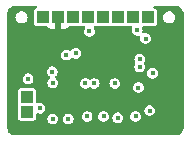
<source format=gbr>
%TF.GenerationSoftware,KiCad,Pcbnew,8.0.1-8.0.1-1~ubuntu22.04.1*%
%TF.CreationDate,2024-03-30T15:25:23+00:00*%
%TF.ProjectId,EMG_DAQ_ADS1298,454d475f-4441-4515-9f41-445331323938,v1.0*%
%TF.SameCoordinates,Original*%
%TF.FileFunction,Copper,L3,Inr*%
%TF.FilePolarity,Positive*%
%FSLAX46Y46*%
G04 Gerber Fmt 4.6, Leading zero omitted, Abs format (unit mm)*
G04 Created by KiCad (PCBNEW 8.0.1-8.0.1-1~ubuntu22.04.1) date 2024-03-30 15:25:23*
%MOMM*%
%LPD*%
G01*
G04 APERTURE LIST*
%TA.AperFunction,ComponentPad*%
%ADD10R,1.000000X1.000000*%
%TD*%
%TA.AperFunction,ViaPad*%
%ADD11C,0.400000*%
%TD*%
G04 APERTURE END LIST*
D10*
%TO.N,+3.3V*%
%TO.C,J1*%
X-4445000Y10000000D03*
%TD*%
%TO.N,/MOSI*%
%TO.C,J5*%
X635000Y10000000D03*
%TD*%
%TO.N,/MISO*%
%TO.C,J4*%
X-635000Y10000000D03*
%TD*%
%TO.N,/extRef*%
%TO.C,J8*%
X4445000Y10000000D03*
%TD*%
%TO.N,/CSB*%
%TO.C,J7*%
X3175000Y10000000D03*
%TD*%
%TO.N,/Refp*%
%TO.C,J25*%
X-5800000Y2000000D03*
%TD*%
%TO.N,/BIAS_OUT*%
%TO.C,J26*%
X-5800000Y3270000D03*
%TD*%
%TO.N,GND*%
%TO.C,J2*%
X-3175000Y10000000D03*
%TD*%
%TO.N,/SCLK*%
%TO.C,J6*%
X1905000Y10000000D03*
%TD*%
%TO.N,unconnected-(J3-Pin_1-Pad1)*%
%TO.C,J3*%
X-1905000Y10000000D03*
%TD*%
D11*
%TO.N,+3.3V*%
X4850000Y5250000D03*
X-3650000Y5400000D03*
X4250000Y8200000D03*
X-500000Y8800000D03*
%TO.N,GND*%
X6000000Y2570000D03*
X-3400000Y7600000D03*
X-3650000Y8250000D03*
X-5530000Y7100000D03*
X-850000Y5350000D03*
X3650000Y4700000D03*
X-800000Y6850000D03*
%TO.N,+3.3VA*%
X-5700000Y4800000D03*
X-2450000Y6800000D03*
%TO.N,/MOSI*%
X3550000Y8900000D03*
%TO.N,/in7-*%
X-3600000Y1400000D03*
%TO.N,/in2-*%
X3400000Y1600000D03*
%TO.N,/in6-*%
X-2300000Y1400000D03*
%TO.N,/in1-*%
X4600000Y2100000D03*
%TO.N,/in8-*%
X-4700000Y2300000D03*
%TO.N,/in5-*%
X-700000Y1600000D03*
%TO.N,/in4-*%
X700000Y1600000D03*
%TO.N,/in3-*%
X1900000Y1500000D03*
%TO.N,/BIAS_OUT*%
X-3600000Y4450000D03*
%TO.N,/BIAS_INV*%
X-850000Y4400000D03*
%TO.N,/WCT*%
X-100000Y4400000D03*
%TO.N,/VCAP4*%
X1650000Y4399999D03*
%TO.N,/VCAP2*%
X3750000Y6450000D03*
%TO.N,/VREFP*%
X3650000Y4050000D03*
%TO.N,/VCAP1*%
X3750000Y5800000D03*
%TO.N,/VCAP3*%
X-1650000Y6950000D03*
%TD*%
%TA.AperFunction,Conductor*%
%TO.N,GND*%
G36*
X-4960090Y10969816D02*
G01*
X-4914335Y10917012D01*
X-4904391Y10847854D01*
X-4933416Y10784298D01*
X-4992194Y10746524D01*
X-5002938Y10743884D01*
X-5042736Y10735968D01*
X-5042740Y10735967D01*
X-5125601Y10680601D01*
X-5180967Y10597740D01*
X-5180968Y10597736D01*
X-5195500Y10524679D01*
X-5195500Y9475322D01*
X-5180968Y9402265D01*
X-5180967Y9402261D01*
X-5180966Y9402260D01*
X-5125601Y9319399D01*
X-5064354Y9278476D01*
X-5042740Y9264034D01*
X-5042736Y9264033D01*
X-4969679Y9249501D01*
X-4969676Y9249500D01*
X-4174126Y9249500D01*
X-4107087Y9229815D01*
X-4074859Y9199811D01*
X-4032191Y9142814D01*
X-4032186Y9142809D01*
X-3917094Y9056650D01*
X-3917087Y9056646D01*
X-3782380Y9006404D01*
X-3782373Y9006402D01*
X-3722845Y9000001D01*
X-3722828Y9000000D01*
X-3425000Y9000000D01*
X-3425000Y9790382D01*
X-3374554Y9739936D01*
X-3300445Y9697149D01*
X-3217787Y9675000D01*
X-3132213Y9675000D01*
X-3049555Y9697149D01*
X-2975446Y9739936D01*
X-2925000Y9790382D01*
X-2925000Y9000000D01*
X-2627172Y9000000D01*
X-2627156Y9000001D01*
X-2567628Y9006402D01*
X-2567621Y9006404D01*
X-2432914Y9056646D01*
X-2432907Y9056650D01*
X-2317815Y9142809D01*
X-2317810Y9142814D01*
X-2275141Y9199811D01*
X-2219207Y9241682D01*
X-2175874Y9249500D01*
X-1380324Y9249500D01*
X-1380323Y9249501D01*
X-1363281Y9252891D01*
X-1295281Y9266416D01*
X-1294459Y9262280D01*
X-1248032Y9267290D01*
X-1244738Y9266323D01*
X-1244719Y9266416D01*
X-1159679Y9249501D01*
X-1159676Y9249500D01*
X-1159674Y9249500D01*
X-978125Y9249500D01*
X-911086Y9229815D01*
X-865331Y9177011D01*
X-855387Y9107853D01*
X-879720Y9054573D01*
X-878087Y9053524D01*
X-882883Y9046062D01*
X-936698Y8928226D01*
X-955133Y8800000D01*
X-936698Y8671775D01*
X-921571Y8638653D01*
X-882882Y8553937D01*
X-798049Y8456033D01*
X-689069Y8385996D01*
X-564775Y8349501D01*
X-564773Y8349500D01*
X-564772Y8349500D01*
X-435227Y8349500D01*
X-435227Y8349501D01*
X-310931Y8385996D01*
X-201951Y8456033D01*
X-117118Y8553937D01*
X-63303Y8671774D01*
X-44867Y8800000D01*
X-63303Y8928226D01*
X-117118Y9046063D01*
X-126288Y9056646D01*
X-126799Y9057236D01*
X-155821Y9120793D01*
X-145876Y9189951D01*
X-100119Y9242754D01*
X-57274Y9260053D01*
X-37260Y9264034D01*
X-37261Y9264034D01*
X-25278Y9266417D01*
X-24456Y9262280D01*
X21968Y9267290D01*
X25262Y9266323D01*
X25281Y9266416D01*
X110321Y9249501D01*
X110324Y9249500D01*
X110326Y9249500D01*
X1159676Y9249500D01*
X1159677Y9249501D01*
X1176719Y9252891D01*
X1244719Y9266416D01*
X1245541Y9262280D01*
X1291968Y9267290D01*
X1295262Y9266323D01*
X1295281Y9266416D01*
X1380321Y9249501D01*
X1380324Y9249500D01*
X1380326Y9249500D01*
X2429676Y9249500D01*
X2429677Y9249501D01*
X2446719Y9252891D01*
X2514719Y9266416D01*
X2515541Y9262280D01*
X2561968Y9267290D01*
X2565262Y9266323D01*
X2565281Y9266416D01*
X2650321Y9249501D01*
X2650324Y9249500D01*
X2650326Y9249500D01*
X3021408Y9249500D01*
X3088447Y9229815D01*
X3134202Y9177011D01*
X3144146Y9107853D01*
X3134202Y9073988D01*
X3113302Y9028226D01*
X3094867Y8900000D01*
X3113302Y8771775D01*
X3158972Y8671774D01*
X3167118Y8653937D01*
X3251951Y8556033D01*
X3360931Y8485996D01*
X3485225Y8449501D01*
X3485227Y8449500D01*
X3485228Y8449500D01*
X3614771Y8449500D01*
X3614772Y8449500D01*
X3655127Y8461349D01*
X3724995Y8461349D01*
X3783774Y8423575D01*
X3812799Y8360020D01*
X3812799Y8324726D01*
X3794867Y8200001D01*
X3813302Y8071775D01*
X3867117Y7953939D01*
X3867118Y7953937D01*
X3951951Y7856033D01*
X4060931Y7785996D01*
X4185225Y7749501D01*
X4185227Y7749500D01*
X4185228Y7749500D01*
X4314773Y7749500D01*
X4314773Y7749501D01*
X4439069Y7785996D01*
X4548049Y7856033D01*
X4632882Y7953937D01*
X4686697Y8071774D01*
X4705133Y8200000D01*
X4686697Y8328226D01*
X4632882Y8446063D01*
X4548049Y8543967D01*
X4439069Y8614004D01*
X4439065Y8614006D01*
X4439064Y8614006D01*
X4314774Y8650500D01*
X4314772Y8650500D01*
X4185228Y8650500D01*
X4185227Y8650500D01*
X4144870Y8638651D01*
X4075001Y8638653D01*
X4016223Y8676428D01*
X3987200Y8739984D01*
X3987200Y8775273D01*
X4005133Y8900000D01*
X3986697Y9028226D01*
X3965798Y9073988D01*
X3955854Y9143147D01*
X3984879Y9206703D01*
X4043657Y9244477D01*
X4078592Y9249500D01*
X4969676Y9249500D01*
X4969677Y9249501D01*
X5042740Y9264034D01*
X5125601Y9319399D01*
X5180966Y9402260D01*
X5195500Y9475326D01*
X5195500Y10000000D01*
X5734250Y10000000D01*
X5755140Y9854698D01*
X5755141Y9854693D01*
X5816121Y9721168D01*
X5816123Y9721164D01*
X5912256Y9610222D01*
X6035750Y9530857D01*
X6035751Y9530857D01*
X6035752Y9530856D01*
X6176598Y9489501D01*
X6176600Y9489500D01*
X6176601Y9489500D01*
X6323400Y9489500D01*
X6323400Y9489501D01*
X6464250Y9530857D01*
X6587744Y9610222D01*
X6683877Y9721164D01*
X6744859Y9854696D01*
X6765750Y10000000D01*
X6744859Y10145304D01*
X6744858Y10145305D01*
X6744858Y10145308D01*
X6695060Y10254349D01*
X6683877Y10278836D01*
X6587744Y10389778D01*
X6464250Y10469143D01*
X6464249Y10469144D01*
X6464248Y10469144D01*
X6464247Y10469145D01*
X6323401Y10510500D01*
X6323399Y10510500D01*
X6176601Y10510500D01*
X6176598Y10510500D01*
X6035752Y10469145D01*
X6035751Y10469144D01*
X5912258Y10389780D01*
X5912254Y10389777D01*
X5816124Y10278838D01*
X5816121Y10278833D01*
X5755141Y10145308D01*
X5755140Y10145303D01*
X5734250Y10000000D01*
X5195500Y10000000D01*
X5195500Y10524674D01*
X5195500Y10524677D01*
X5195499Y10524679D01*
X5180967Y10597736D01*
X5180966Y10597740D01*
X5172619Y10610232D01*
X5125601Y10680601D01*
X5044499Y10734791D01*
X5042739Y10735967D01*
X5042735Y10735968D01*
X5002938Y10743884D01*
X4941027Y10776269D01*
X4906452Y10836985D01*
X4910192Y10906754D01*
X4951059Y10963426D01*
X5016077Y10989007D01*
X5027129Y10989501D01*
X6743908Y10989501D01*
X6756061Y10988904D01*
X6765633Y10987962D01*
X6882118Y10976489D01*
X6905948Y10971750D01*
X7021313Y10936754D01*
X7043761Y10927455D01*
X7150072Y10870631D01*
X7170282Y10857127D01*
X7263464Y10780656D01*
X7280654Y10763466D01*
X7357124Y10670286D01*
X7370628Y10650076D01*
X7427452Y10543767D01*
X7436754Y10521311D01*
X7452579Y10469143D01*
X7471747Y10405957D01*
X7476489Y10382115D01*
X7488903Y10256074D01*
X7489500Y10243920D01*
X7489500Y756094D01*
X7488903Y743940D01*
X7476488Y617888D01*
X7471746Y594047D01*
X7436753Y478691D01*
X7427450Y456233D01*
X7370629Y349928D01*
X7357124Y329716D01*
X7280653Y236536D01*
X7263465Y219348D01*
X7170284Y142876D01*
X7150072Y129371D01*
X7043768Y72550D01*
X7021310Y63247D01*
X6905954Y28254D01*
X6882113Y23512D01*
X6756072Y11098D01*
X6743918Y10501D01*
X-6743910Y10501D01*
X-6756063Y11098D01*
X-6882113Y23512D01*
X-6905956Y28255D01*
X-7021311Y63248D01*
X-7043768Y72550D01*
X-7150072Y129371D01*
X-7170284Y142876D01*
X-7263465Y219348D01*
X-7280653Y236536D01*
X-7357125Y329717D01*
X-7370630Y349929D01*
X-7427451Y456233D01*
X-7436753Y478690D01*
X-7471746Y594045D01*
X-7476488Y617882D01*
X-7488903Y743940D01*
X-7489500Y756093D01*
X-7489500Y2745324D01*
X-6550501Y2745324D01*
X-6533584Y2660283D01*
X-6537709Y2659463D01*
X-6532736Y2612897D01*
X-6533665Y2609734D01*
X-6533584Y2609717D01*
X-6550500Y2524677D01*
X-6550500Y1475322D01*
X-6535968Y1402265D01*
X-6535967Y1402261D01*
X-6535966Y1402260D01*
X-6480601Y1319399D01*
X-6409325Y1271775D01*
X-6397740Y1264034D01*
X-6397736Y1264033D01*
X-6324679Y1249501D01*
X-6324676Y1249500D01*
X-6324674Y1249500D01*
X-5275324Y1249500D01*
X-5275323Y1249501D01*
X-5202260Y1264034D01*
X-5119399Y1319399D01*
X-5065544Y1400000D01*
X-4055133Y1400000D01*
X-4036698Y1271775D01*
X-4026525Y1249500D01*
X-3982882Y1153937D01*
X-3898049Y1056033D01*
X-3789069Y985996D01*
X-3664775Y949501D01*
X-3664773Y949500D01*
X-3664772Y949500D01*
X-3535227Y949500D01*
X-3535227Y949501D01*
X-3410931Y985996D01*
X-3301951Y1056033D01*
X-3217118Y1153937D01*
X-3163303Y1271774D01*
X-3144867Y1400000D01*
X-2755133Y1400000D01*
X-2736698Y1271775D01*
X-2726525Y1249500D01*
X-2682882Y1153937D01*
X-2598049Y1056033D01*
X-2489069Y985996D01*
X-2364775Y949501D01*
X-2364773Y949500D01*
X-2364772Y949500D01*
X-2235227Y949500D01*
X-2235227Y949501D01*
X-2110931Y985996D01*
X-2001951Y1056033D01*
X-1917118Y1153937D01*
X-1863303Y1271774D01*
X-1844867Y1400000D01*
X-1863303Y1528226D01*
X-1896081Y1600000D01*
X-1155133Y1600000D01*
X-1136698Y1471775D01*
X-1091028Y1371774D01*
X-1082882Y1353937D01*
X-998049Y1256033D01*
X-889069Y1185996D01*
X-779883Y1153937D01*
X-764775Y1149501D01*
X-764773Y1149500D01*
X-764772Y1149500D01*
X-635227Y1149500D01*
X-635227Y1149501D01*
X-510931Y1185996D01*
X-401951Y1256033D01*
X-317118Y1353937D01*
X-263303Y1471774D01*
X-244867Y1600000D01*
X244867Y1600000D01*
X263302Y1471775D01*
X308972Y1371774D01*
X317118Y1353937D01*
X401951Y1256033D01*
X510931Y1185996D01*
X620117Y1153937D01*
X635225Y1149501D01*
X635227Y1149500D01*
X635228Y1149500D01*
X764773Y1149500D01*
X764773Y1149501D01*
X889069Y1185996D01*
X998049Y1256033D01*
X1082882Y1353937D01*
X1136697Y1471774D01*
X1140755Y1500000D01*
X1444867Y1500000D01*
X1463302Y1371775D01*
X1508972Y1271774D01*
X1517118Y1253937D01*
X1601951Y1156033D01*
X1710931Y1085996D01*
X1835225Y1049501D01*
X1835227Y1049500D01*
X1835228Y1049500D01*
X1964773Y1049500D01*
X1964773Y1049501D01*
X2089069Y1085996D01*
X2198049Y1156033D01*
X2282882Y1253937D01*
X2336697Y1371774D01*
X2355133Y1500000D01*
X2340755Y1600000D01*
X2944867Y1600000D01*
X2963302Y1471775D01*
X3008972Y1371774D01*
X3017118Y1353937D01*
X3101951Y1256033D01*
X3210931Y1185996D01*
X3320117Y1153937D01*
X3335225Y1149501D01*
X3335227Y1149500D01*
X3335228Y1149500D01*
X3464773Y1149500D01*
X3464773Y1149501D01*
X3589069Y1185996D01*
X3698049Y1256033D01*
X3782882Y1353937D01*
X3836697Y1471774D01*
X3855133Y1600000D01*
X3836697Y1728226D01*
X3782882Y1846063D01*
X3698049Y1943967D01*
X3589069Y2014004D01*
X3589065Y2014006D01*
X3589064Y2014006D01*
X3464774Y2050500D01*
X3464772Y2050500D01*
X3335228Y2050500D01*
X3335226Y2050500D01*
X3210935Y2014006D01*
X3210932Y2014005D01*
X3210931Y2014004D01*
X3159677Y1981066D01*
X3101950Y1943967D01*
X3017118Y1846063D01*
X3017117Y1846062D01*
X2963302Y1728226D01*
X2944867Y1600000D01*
X2340755Y1600000D01*
X2336697Y1628226D01*
X2282882Y1746063D01*
X2198049Y1843967D01*
X2089069Y1914004D01*
X2089065Y1914006D01*
X2089064Y1914006D01*
X1964774Y1950500D01*
X1964772Y1950500D01*
X1835228Y1950500D01*
X1835226Y1950500D01*
X1710935Y1914006D01*
X1710932Y1914005D01*
X1710931Y1914004D01*
X1673885Y1890196D01*
X1601950Y1843967D01*
X1517118Y1746063D01*
X1517117Y1746062D01*
X1463302Y1628226D01*
X1444867Y1500000D01*
X1140755Y1500000D01*
X1155133Y1600000D01*
X1136697Y1728226D01*
X1082882Y1846063D01*
X998049Y1943967D01*
X889069Y2014004D01*
X889065Y2014006D01*
X889064Y2014006D01*
X764774Y2050500D01*
X764772Y2050500D01*
X635228Y2050500D01*
X635226Y2050500D01*
X510935Y2014006D01*
X510932Y2014005D01*
X510931Y2014004D01*
X459677Y1981066D01*
X401950Y1943967D01*
X317118Y1846063D01*
X317117Y1846062D01*
X263302Y1728226D01*
X244867Y1600000D01*
X-244867Y1600000D01*
X-263303Y1728226D01*
X-317118Y1846063D01*
X-401951Y1943967D01*
X-510931Y2014004D01*
X-510935Y2014006D01*
X-510936Y2014006D01*
X-635226Y2050500D01*
X-635228Y2050500D01*
X-764772Y2050500D01*
X-764774Y2050500D01*
X-889065Y2014006D01*
X-889068Y2014005D01*
X-889069Y2014004D01*
X-940323Y1981066D01*
X-998050Y1943967D01*
X-1082882Y1846063D01*
X-1082883Y1846062D01*
X-1136698Y1728226D01*
X-1155133Y1600000D01*
X-1896081Y1600000D01*
X-1917118Y1646063D01*
X-2001951Y1743967D01*
X-2110931Y1814004D01*
X-2110935Y1814006D01*
X-2110936Y1814006D01*
X-2235226Y1850500D01*
X-2235228Y1850500D01*
X-2364772Y1850500D01*
X-2364774Y1850500D01*
X-2489065Y1814006D01*
X-2489068Y1814005D01*
X-2489069Y1814004D01*
X-2540323Y1781066D01*
X-2598050Y1743967D01*
X-2682882Y1646063D01*
X-2682883Y1646062D01*
X-2736698Y1528226D01*
X-2755133Y1400000D01*
X-3144867Y1400000D01*
X-3163303Y1528226D01*
X-3217118Y1646063D01*
X-3301951Y1743967D01*
X-3410931Y1814004D01*
X-3410935Y1814006D01*
X-3410936Y1814006D01*
X-3535226Y1850500D01*
X-3535228Y1850500D01*
X-3664772Y1850500D01*
X-3664774Y1850500D01*
X-3789065Y1814006D01*
X-3789068Y1814005D01*
X-3789069Y1814004D01*
X-3840323Y1781066D01*
X-3898050Y1743967D01*
X-3982882Y1646063D01*
X-3982883Y1646062D01*
X-4036698Y1528226D01*
X-4055133Y1400000D01*
X-5065544Y1400000D01*
X-5064034Y1402260D01*
X-5049500Y1475326D01*
X-5049500Y1767458D01*
X-5029815Y1834497D01*
X-4977011Y1880252D01*
X-4907853Y1890196D01*
X-4890566Y1886435D01*
X-4787236Y1856096D01*
X-4768178Y1850500D01*
X-4764775Y1849501D01*
X-4764773Y1849500D01*
X-4764772Y1849500D01*
X-4635227Y1849500D01*
X-4635227Y1849501D01*
X-4510931Y1885996D01*
X-4401951Y1956033D01*
X-4317118Y2053937D01*
X-4296081Y2100000D01*
X4144867Y2100000D01*
X4163302Y1971775D01*
X4176002Y1943967D01*
X4217118Y1853937D01*
X4301951Y1756033D01*
X4410931Y1685996D01*
X4535225Y1649501D01*
X4535227Y1649500D01*
X4535228Y1649500D01*
X4664773Y1649500D01*
X4664773Y1649501D01*
X4789069Y1685996D01*
X4898049Y1756033D01*
X4982882Y1853937D01*
X5036697Y1971774D01*
X5055133Y2100000D01*
X5036697Y2228226D01*
X4982882Y2346063D01*
X4898049Y2443967D01*
X4789069Y2514004D01*
X4789065Y2514006D01*
X4789064Y2514006D01*
X4664774Y2550500D01*
X4664772Y2550500D01*
X4535228Y2550500D01*
X4535226Y2550500D01*
X4410935Y2514006D01*
X4410932Y2514005D01*
X4410931Y2514004D01*
X4359677Y2481066D01*
X4301950Y2443967D01*
X4217118Y2346063D01*
X4217117Y2346062D01*
X4163302Y2228226D01*
X4144867Y2100000D01*
X-4296081Y2100000D01*
X-4263303Y2171774D01*
X-4244867Y2300000D01*
X-4263303Y2428226D01*
X-4317118Y2546063D01*
X-4401951Y2643967D01*
X-4510931Y2714004D01*
X-4510935Y2714006D01*
X-4510936Y2714006D01*
X-4635226Y2750500D01*
X-4635228Y2750500D01*
X-4764772Y2750500D01*
X-4890567Y2713565D01*
X-4960436Y2713566D01*
X-5019214Y2751342D01*
X-5048238Y2814898D01*
X-5049500Y2832543D01*
X-5049500Y3794677D01*
X-5049501Y3794679D01*
X-5064033Y3867736D01*
X-5064034Y3867740D01*
X-5100138Y3921774D01*
X-5119399Y3950601D01*
X-5174765Y3987595D01*
X-5202261Y4005967D01*
X-5202265Y4005968D01*
X-5275323Y4020500D01*
X-5275326Y4020500D01*
X-6324674Y4020500D01*
X-6324677Y4020500D01*
X-6397736Y4005968D01*
X-6397740Y4005967D01*
X-6480601Y3950601D01*
X-6535967Y3867740D01*
X-6535968Y3867736D01*
X-6550500Y3794679D01*
X-6550500Y3794674D01*
X-6550500Y2745326D01*
X-6550500Y2745324D01*
X-6550501Y2745324D01*
X-7489500Y2745324D01*
X-7489500Y4800000D01*
X-6155133Y4800000D01*
X-6136698Y4671775D01*
X-6093975Y4578226D01*
X-6082882Y4553937D01*
X-5998049Y4456033D01*
X-5889069Y4385996D01*
X-5764775Y4349501D01*
X-5764773Y4349500D01*
X-5764772Y4349500D01*
X-5635227Y4349500D01*
X-5635227Y4349501D01*
X-5510931Y4385996D01*
X-5401951Y4456033D01*
X-5317118Y4553937D01*
X-5263303Y4671774D01*
X-5244867Y4800000D01*
X-5263303Y4928226D01*
X-5317118Y5046063D01*
X-5401951Y5143967D01*
X-5510931Y5214004D01*
X-5510935Y5214006D01*
X-5510936Y5214006D01*
X-5635226Y5250500D01*
X-5635228Y5250500D01*
X-5764772Y5250500D01*
X-5764774Y5250500D01*
X-5889065Y5214006D01*
X-5889068Y5214005D01*
X-5889069Y5214004D01*
X-5940323Y5181066D01*
X-5998050Y5143967D01*
X-6082882Y5046063D01*
X-6082883Y5046062D01*
X-6136698Y4928226D01*
X-6155133Y4800000D01*
X-7489500Y4800000D01*
X-7489500Y5400000D01*
X-4105133Y5400000D01*
X-4086698Y5271775D01*
X-4076753Y5250000D01*
X-4032882Y5153937D01*
X-3948049Y5056033D01*
X-3881475Y5013249D01*
X-3835721Y4960446D01*
X-3825777Y4891288D01*
X-3854801Y4827732D01*
X-3881475Y4804619D01*
X-3898049Y4793968D01*
X-3982882Y4696063D01*
X-3982883Y4696062D01*
X-4036698Y4578226D01*
X-4055133Y4450000D01*
X-4036698Y4321775D01*
X-4013862Y4271773D01*
X-3982882Y4203937D01*
X-3898049Y4106033D01*
X-3789069Y4035996D01*
X-3664775Y3999501D01*
X-3664773Y3999500D01*
X-3664772Y3999500D01*
X-3535227Y3999500D01*
X-3535227Y3999501D01*
X-3410931Y4035996D01*
X-3301951Y4106033D01*
X-3217118Y4203937D01*
X-3163303Y4321774D01*
X-3152056Y4400000D01*
X-1305133Y4400000D01*
X-1286698Y4271775D01*
X-1255717Y4203938D01*
X-1232882Y4153937D01*
X-1148049Y4056033D01*
X-1039069Y3985996D01*
X-914775Y3949501D01*
X-914773Y3949500D01*
X-914772Y3949500D01*
X-785227Y3949500D01*
X-785227Y3949501D01*
X-660931Y3985996D01*
X-551951Y4056033D01*
X-551951Y4056034D01*
X-544490Y4060828D01*
X-542935Y4058408D01*
X-492653Y4081373D01*
X-423494Y4071433D01*
X-405944Y4060154D01*
X-405510Y4060828D01*
X-398050Y4056034D01*
X-398049Y4056033D01*
X-289069Y3985996D01*
X-164775Y3949501D01*
X-164773Y3949500D01*
X-164772Y3949500D01*
X-35227Y3949500D01*
X-35227Y3949501D01*
X89069Y3985996D01*
X198049Y4056033D01*
X282882Y4153937D01*
X336697Y4271774D01*
X355133Y4399999D01*
X1194867Y4399999D01*
X1213302Y4271774D01*
X1244283Y4203937D01*
X1267118Y4153936D01*
X1351951Y4056032D01*
X1460931Y3985995D01*
X1585225Y3949500D01*
X1585227Y3949499D01*
X1585228Y3949499D01*
X1714773Y3949499D01*
X1714773Y3949500D01*
X1839069Y3985995D01*
X1938663Y4050000D01*
X3194867Y4050000D01*
X3213302Y3921775D01*
X3267117Y3803939D01*
X3267118Y3803937D01*
X3351951Y3706033D01*
X3460931Y3635996D01*
X3585225Y3599501D01*
X3585227Y3599500D01*
X3585228Y3599500D01*
X3714773Y3599500D01*
X3714773Y3599501D01*
X3839069Y3635996D01*
X3948049Y3706033D01*
X4032882Y3803937D01*
X4086697Y3921774D01*
X4105133Y4050000D01*
X4086697Y4178226D01*
X4032882Y4296063D01*
X3948049Y4393967D01*
X3839069Y4464004D01*
X3839065Y4464006D01*
X3839064Y4464006D01*
X3714774Y4500500D01*
X3714772Y4500500D01*
X3585228Y4500500D01*
X3585226Y4500500D01*
X3460935Y4464006D01*
X3460932Y4464005D01*
X3460931Y4464004D01*
X3409677Y4431066D01*
X3351950Y4393967D01*
X3267118Y4296063D01*
X3267117Y4296062D01*
X3213302Y4178226D01*
X3194867Y4050000D01*
X1938663Y4050000D01*
X1948049Y4056032D01*
X2032882Y4153936D01*
X2086697Y4271773D01*
X2105133Y4399999D01*
X2086697Y4528225D01*
X2032882Y4646062D01*
X1948049Y4743966D01*
X1839069Y4814003D01*
X1839065Y4814005D01*
X1839064Y4814005D01*
X1714774Y4850499D01*
X1714772Y4850499D01*
X1585228Y4850499D01*
X1585226Y4850499D01*
X1460935Y4814005D01*
X1460932Y4814004D01*
X1460931Y4814003D01*
X1409677Y4781065D01*
X1351950Y4743966D01*
X1267118Y4646062D01*
X1267117Y4646061D01*
X1213302Y4528225D01*
X1194867Y4399999D01*
X355133Y4399999D01*
X355133Y4400000D01*
X336697Y4528226D01*
X282882Y4646063D01*
X198049Y4743967D01*
X89069Y4814004D01*
X89065Y4814006D01*
X89064Y4814006D01*
X-35226Y4850500D01*
X-35228Y4850500D01*
X-164772Y4850500D01*
X-164774Y4850500D01*
X-289065Y4814006D01*
X-289068Y4814005D01*
X-289069Y4814004D01*
X-320247Y4793967D01*
X-405510Y4739172D01*
X-407064Y4741590D01*
X-457376Y4718624D01*
X-526533Y4728580D01*
X-544059Y4739844D01*
X-544490Y4739172D01*
X-551951Y4743967D01*
X-660931Y4814004D01*
X-660935Y4814006D01*
X-660936Y4814006D01*
X-785226Y4850500D01*
X-785228Y4850500D01*
X-914772Y4850500D01*
X-914774Y4850500D01*
X-1039065Y4814006D01*
X-1039068Y4814005D01*
X-1039069Y4814004D01*
X-1070247Y4793967D01*
X-1148050Y4743967D01*
X-1232882Y4646063D01*
X-1232883Y4646062D01*
X-1286698Y4528226D01*
X-1305133Y4400000D01*
X-3152056Y4400000D01*
X-3144867Y4450000D01*
X-3163303Y4578226D01*
X-3217118Y4696063D01*
X-3301951Y4793967D01*
X-3368526Y4836752D01*
X-3414280Y4889555D01*
X-3424224Y4958714D01*
X-3395199Y5022269D01*
X-3368525Y5045382D01*
X-3351951Y5056033D01*
X-3267118Y5153937D01*
X-3223247Y5250000D01*
X4394867Y5250000D01*
X4413302Y5121775D01*
X4443326Y5056034D01*
X4467118Y5003937D01*
X4551951Y4906033D01*
X4660931Y4835996D01*
X4785225Y4799501D01*
X4785227Y4799500D01*
X4785228Y4799500D01*
X4914773Y4799500D01*
X4914773Y4799501D01*
X5039069Y4835996D01*
X5148049Y4906033D01*
X5232882Y5003937D01*
X5286697Y5121774D01*
X5305133Y5250000D01*
X5286697Y5378226D01*
X5232882Y5496063D01*
X5148049Y5593967D01*
X5039069Y5664004D01*
X5039065Y5664006D01*
X5039064Y5664006D01*
X4914774Y5700500D01*
X4914772Y5700500D01*
X4785228Y5700500D01*
X4785226Y5700500D01*
X4660935Y5664006D01*
X4660932Y5664005D01*
X4660931Y5664004D01*
X4633013Y5646062D01*
X4551950Y5593967D01*
X4467118Y5496063D01*
X4467117Y5496062D01*
X4413302Y5378226D01*
X4394867Y5250000D01*
X-3223247Y5250000D01*
X-3213303Y5271774D01*
X-3194867Y5400000D01*
X-3213303Y5528226D01*
X-3267118Y5646063D01*
X-3351951Y5743967D01*
X-3439140Y5800000D01*
X3294867Y5800000D01*
X3313302Y5671775D01*
X3367117Y5553939D01*
X3367118Y5553937D01*
X3451951Y5456033D01*
X3560931Y5385996D01*
X3587394Y5378226D01*
X3685225Y5349501D01*
X3685227Y5349500D01*
X3685228Y5349500D01*
X3814773Y5349500D01*
X3814773Y5349501D01*
X3939069Y5385996D01*
X4048049Y5456033D01*
X4132882Y5553937D01*
X4186697Y5671774D01*
X4205133Y5800000D01*
X4186697Y5928226D01*
X4132882Y6046063D01*
X4132879Y6046066D01*
X4128087Y6053524D01*
X4129877Y6054675D01*
X4105821Y6107348D01*
X4115762Y6176507D01*
X4128446Y6196246D01*
X4128087Y6196476D01*
X4132877Y6203932D01*
X4132882Y6203937D01*
X4186697Y6321774D01*
X4205133Y6450000D01*
X4186697Y6578226D01*
X4132882Y6696063D01*
X4048049Y6793967D01*
X3939069Y6864004D01*
X3939065Y6864006D01*
X3939064Y6864006D01*
X3814774Y6900500D01*
X3814772Y6900500D01*
X3685228Y6900500D01*
X3685226Y6900500D01*
X3560935Y6864006D01*
X3560932Y6864005D01*
X3560931Y6864004D01*
X3509677Y6831066D01*
X3451950Y6793967D01*
X3367118Y6696063D01*
X3367117Y6696062D01*
X3313302Y6578226D01*
X3294867Y6450000D01*
X3313302Y6321775D01*
X3367117Y6203939D01*
X3371913Y6196476D01*
X3370123Y6195326D01*
X3394180Y6142636D01*
X3384231Y6073479D01*
X3371554Y6053755D01*
X3371913Y6053524D01*
X3367117Y6046062D01*
X3313302Y5928226D01*
X3294867Y5800000D01*
X-3439140Y5800000D01*
X-3460931Y5814004D01*
X-3460935Y5814006D01*
X-3460936Y5814006D01*
X-3585226Y5850500D01*
X-3585228Y5850500D01*
X-3714772Y5850500D01*
X-3714774Y5850500D01*
X-3839065Y5814006D01*
X-3839068Y5814005D01*
X-3839069Y5814004D01*
X-3890323Y5781066D01*
X-3948050Y5743967D01*
X-4032882Y5646063D01*
X-4032883Y5646062D01*
X-4086698Y5528226D01*
X-4105133Y5400000D01*
X-7489500Y5400000D01*
X-7489500Y6800000D01*
X-2905133Y6800000D01*
X-2886698Y6671775D01*
X-2832883Y6553939D01*
X-2832882Y6553937D01*
X-2748049Y6456033D01*
X-2639069Y6385996D01*
X-2514775Y6349501D01*
X-2514773Y6349500D01*
X-2514772Y6349500D01*
X-2385227Y6349500D01*
X-2385227Y6349501D01*
X-2260931Y6385996D01*
X-2151951Y6456033D01*
X-2067118Y6553937D01*
X-2067118Y6553940D01*
X-2065898Y6555346D01*
X-2007121Y6593122D01*
X-1937251Y6593123D01*
X-1905149Y6578463D01*
X-1839069Y6535996D01*
X-1714775Y6499501D01*
X-1714773Y6499500D01*
X-1714772Y6499500D01*
X-1585227Y6499500D01*
X-1585227Y6499501D01*
X-1460931Y6535996D01*
X-1351951Y6606033D01*
X-1267118Y6703937D01*
X-1213303Y6821774D01*
X-1194867Y6950000D01*
X-1213303Y7078226D01*
X-1267118Y7196063D01*
X-1351951Y7293967D01*
X-1460931Y7364004D01*
X-1460935Y7364006D01*
X-1460936Y7364006D01*
X-1585226Y7400500D01*
X-1585228Y7400500D01*
X-1714772Y7400500D01*
X-1714774Y7400500D01*
X-1839065Y7364006D01*
X-1839068Y7364005D01*
X-1839069Y7364004D01*
X-1890323Y7331066D01*
X-1948050Y7293967D01*
X-2034103Y7194654D01*
X-2092881Y7156879D01*
X-2162751Y7156879D01*
X-2194856Y7171540D01*
X-2260931Y7214004D01*
X-2260935Y7214006D01*
X-2260936Y7214006D01*
X-2385226Y7250500D01*
X-2385228Y7250500D01*
X-2514772Y7250500D01*
X-2514774Y7250500D01*
X-2639065Y7214006D01*
X-2639068Y7214005D01*
X-2639069Y7214004D01*
X-2666987Y7196062D01*
X-2748050Y7143967D01*
X-2832882Y7046063D01*
X-2832883Y7046062D01*
X-2886698Y6928226D01*
X-2905133Y6800000D01*
X-7489500Y6800000D01*
X-7489500Y10000000D01*
X-6765750Y10000000D01*
X-6744860Y9854698D01*
X-6744859Y9854693D01*
X-6683879Y9721168D01*
X-6683877Y9721164D01*
X-6587744Y9610222D01*
X-6464250Y9530857D01*
X-6464249Y9530857D01*
X-6464248Y9530856D01*
X-6323402Y9489501D01*
X-6323400Y9489500D01*
X-6323399Y9489500D01*
X-6176600Y9489500D01*
X-6176600Y9489501D01*
X-6035750Y9530857D01*
X-5912256Y9610222D01*
X-5816123Y9721164D01*
X-5755141Y9854696D01*
X-5734250Y10000000D01*
X-5755141Y10145304D01*
X-5755142Y10145305D01*
X-5755142Y10145308D01*
X-5804940Y10254349D01*
X-5816123Y10278836D01*
X-5912256Y10389778D01*
X-6035750Y10469143D01*
X-6035751Y10469144D01*
X-6035752Y10469144D01*
X-6035753Y10469145D01*
X-6176599Y10510500D01*
X-6176601Y10510500D01*
X-6323399Y10510500D01*
X-6323402Y10510500D01*
X-6464248Y10469145D01*
X-6464249Y10469144D01*
X-6587742Y10389780D01*
X-6587746Y10389777D01*
X-6683876Y10278838D01*
X-6683879Y10278833D01*
X-6744859Y10145308D01*
X-6744860Y10145303D01*
X-6765750Y10000000D01*
X-7489500Y10000000D01*
X-7489500Y10243909D01*
X-7488903Y10256062D01*
X-7482123Y10324904D01*
X-7476488Y10382121D01*
X-7471746Y10405956D01*
X-7471745Y10405957D01*
X-7436753Y10521311D01*
X-7427451Y10543767D01*
X-7370629Y10650074D01*
X-7357125Y10670284D01*
X-7348658Y10680601D01*
X-7280650Y10763469D01*
X-7263469Y10780650D01*
X-7170283Y10857127D01*
X-7150072Y10870630D01*
X-7150070Y10870631D01*
X-7043762Y10927454D01*
X-7021311Y10936753D01*
X-7012677Y10939373D01*
X-6905954Y10971747D01*
X-6882121Y10976488D01*
X-6764476Y10988075D01*
X-6756061Y10988903D01*
X-6743908Y10989500D01*
X-6695234Y10989500D01*
X-6695225Y10989501D01*
X-5027129Y10989501D01*
X-4960090Y10969816D01*
G37*
%TD.AperFunction*%
%TD*%
M02*

</source>
